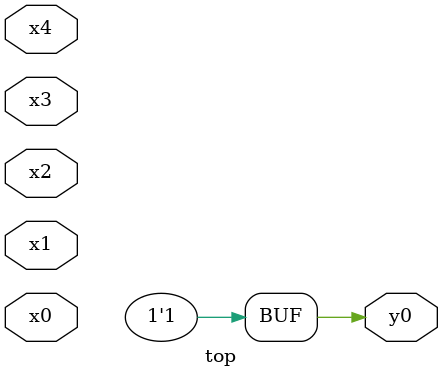
<source format=v>
module top( x0 , x1 , x2 , x3 , x4 , y0 );
  input x0 , x1 , x2 , x3 , x4 ;
  output y0 ;
  assign y0 = ~1'b0 ;
endmodule

</source>
